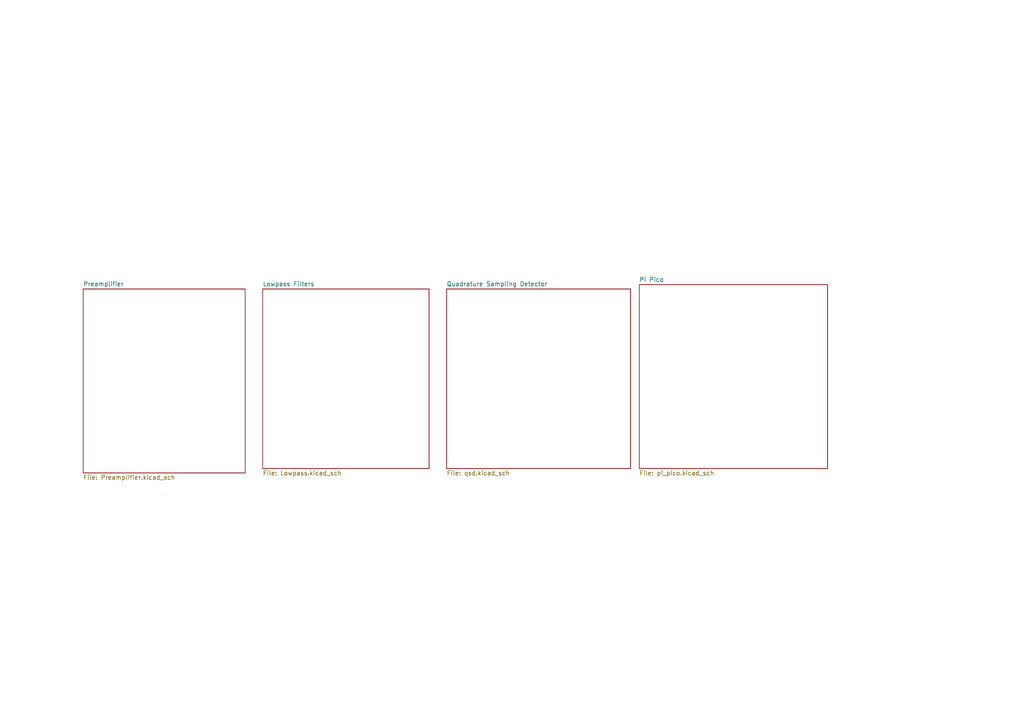
<source format=kicad_sch>
(kicad_sch
	(version 20250114)
	(generator "eeschema")
	(generator_version "9.0")
	(uuid "b6f73a49-ac1f-4895-a0f9-8f6954ee587f")
	(paper "A4")
	(lib_symbols)
	(sheet
		(at 129.54 83.82)
		(size 53.34 52.07)
		(exclude_from_sim no)
		(in_bom yes)
		(on_board yes)
		(dnp no)
		(fields_autoplaced yes)
		(stroke
			(width 0.1524)
			(type solid)
		)
		(fill
			(color 0 0 0 0.0000)
		)
		(uuid "2ef3a865-c67c-430c-957b-3defd66f2291")
		(property "Sheetname" "Quadrature Sampling Detector"
			(at 129.54 83.1084 0)
			(effects
				(font
					(size 1.27 1.27)
				)
				(justify left bottom)
			)
		)
		(property "Sheetfile" "qsd.kicad_sch"
			(at 129.54 136.4746 0)
			(effects
				(font
					(size 1.27 1.27)
				)
				(justify left top)
			)
		)
		(instances
			(project "pico_rx"
				(path "/b6f73a49-ac1f-4895-a0f9-8f6954ee587f"
					(page "4")
				)
			)
		)
	)
	(sheet
		(at 24.13 83.82)
		(size 46.99 53.34)
		(exclude_from_sim no)
		(in_bom yes)
		(on_board yes)
		(dnp no)
		(fields_autoplaced yes)
		(stroke
			(width 0.1524)
			(type solid)
		)
		(fill
			(color 0 0 0 0.0000)
		)
		(uuid "922c32e5-68dc-43db-b1ed-78e4b25ea173")
		(property "Sheetname" "Preamplifier"
			(at 24.13 83.1084 0)
			(effects
				(font
					(size 1.27 1.27)
				)
				(justify left bottom)
			)
		)
		(property "Sheetfile" "Preamplifier.kicad_sch"
			(at 24.13 137.7446 0)
			(effects
				(font
					(size 1.27 1.27)
				)
				(justify left top)
			)
		)
		(instances
			(project "pico_rx"
				(path "/b6f73a49-ac1f-4895-a0f9-8f6954ee587f"
					(page "2")
				)
			)
		)
	)
	(sheet
		(at 76.2 83.82)
		(size 48.26 52.07)
		(exclude_from_sim no)
		(in_bom yes)
		(on_board yes)
		(dnp no)
		(fields_autoplaced yes)
		(stroke
			(width 0.1524)
			(type solid)
		)
		(fill
			(color 0 0 0 0.0000)
		)
		(uuid "b8fbcf71-8210-4060-b465-236d1aa4e7b3")
		(property "Sheetname" "Lowpass Filters"
			(at 76.2 83.1084 0)
			(effects
				(font
					(size 1.27 1.27)
				)
				(justify left bottom)
			)
		)
		(property "Sheetfile" "Lowpass.kicad_sch"
			(at 76.2 136.4746 0)
			(effects
				(font
					(size 1.27 1.27)
				)
				(justify left top)
			)
		)
		(instances
			(project "pico_rx"
				(path "/b6f73a49-ac1f-4895-a0f9-8f6954ee587f"
					(page "3")
				)
			)
		)
	)
	(sheet
		(at 185.42 82.55)
		(size 54.61 53.34)
		(exclude_from_sim no)
		(in_bom yes)
		(on_board yes)
		(dnp no)
		(fields_autoplaced yes)
		(stroke
			(width 0.1524)
			(type solid)
		)
		(fill
			(color 0 0 0 0.0000)
		)
		(uuid "ef5e145d-7cd2-41fd-85f8-55f3445b8dc3")
		(property "Sheetname" "PI Pico"
			(at 185.42 81.8384 0)
			(effects
				(font
					(size 1.27 1.27)
				)
				(justify left bottom)
			)
		)
		(property "Sheetfile" "pi_pico.kicad_sch"
			(at 185.42 136.4746 0)
			(effects
				(font
					(size 1.27 1.27)
				)
				(justify left top)
			)
		)
		(instances
			(project "pico_rx"
				(path "/b6f73a49-ac1f-4895-a0f9-8f6954ee587f"
					(page "5")
				)
			)
		)
	)
	(sheet_instances
		(path "/"
			(page "1")
		)
	)
	(embedded_fonts no)
)

</source>
